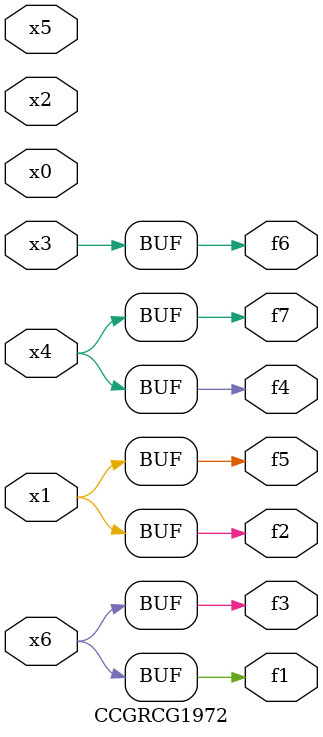
<source format=v>
module CCGRCG1972(
	input x0, x1, x2, x3, x4, x5, x6,
	output f1, f2, f3, f4, f5, f6, f7
);
	assign f1 = x6;
	assign f2 = x1;
	assign f3 = x6;
	assign f4 = x4;
	assign f5 = x1;
	assign f6 = x3;
	assign f7 = x4;
endmodule

</source>
